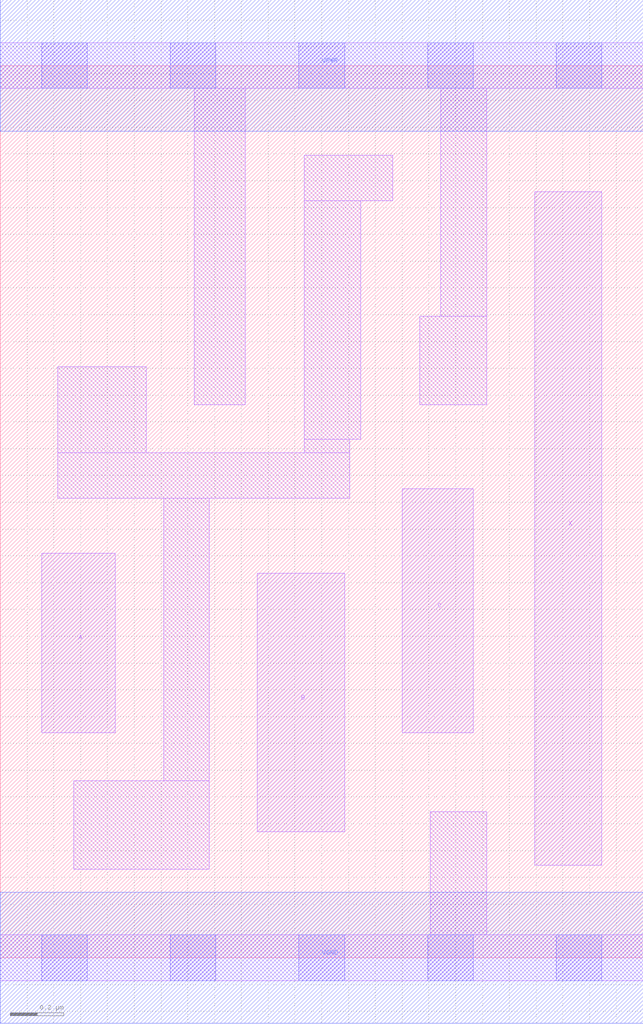
<source format=lef>
# Copyright 2020 The SkyWater PDK Authors
#
# Licensed under the Apache License, Version 2.0 (the "License");
# you may not use this file except in compliance with the License.
# You may obtain a copy of the License at
#
#     https://www.apache.org/licenses/LICENSE-2.0
#
# Unless required by applicable law or agreed to in writing, software
# distributed under the License is distributed on an "AS IS" BASIS,
# WITHOUT WARRANTIES OR CONDITIONS OF ANY KIND, either express or implied.
# See the License for the specific language governing permissions and
# limitations under the License.
#
# SPDX-License-Identifier: Apache-2.0

VERSION 5.7 ;
  NAMESCASESENSITIVE ON ;
  NOWIREEXTENSIONATPIN ON ;
  DIVIDERCHAR "/" ;
  BUSBITCHARS "[]" ;
UNITS
  DATABASE MICRONS 200 ;
END UNITS
MACRO sky130_fd_sc_lp__and3_m
  CLASS CORE ;
  FOREIGN sky130_fd_sc_lp__and3_m ;
  ORIGIN  0.000000  0.000000 ;
  SIZE  2.400000 BY  3.330000 ;
  SYMMETRY X Y R90 ;
  SITE unit ;
  PIN A
    ANTENNAGATEAREA  0.126000 ;
    DIRECTION INPUT ;
    USE SIGNAL ;
    PORT
      LAYER li1 ;
        RECT 0.155000 0.840000 0.430000 1.510000 ;
    END
  END A
  PIN B
    ANTENNAGATEAREA  0.126000 ;
    DIRECTION INPUT ;
    USE SIGNAL ;
    PORT
      LAYER li1 ;
        RECT 0.960000 0.470000 1.285000 1.435000 ;
    END
  END B
  PIN C
    ANTENNAGATEAREA  0.126000 ;
    DIRECTION INPUT ;
    USE SIGNAL ;
    PORT
      LAYER li1 ;
        RECT 1.500000 0.840000 1.765000 1.750000 ;
    END
  END C
  PIN X
    ANTENNADIFFAREA  0.222600 ;
    DIRECTION OUTPUT ;
    USE SIGNAL ;
    PORT
      LAYER li1 ;
        RECT 1.995000 0.345000 2.245000 2.860000 ;
    END
  END X
  PIN VGND
    DIRECTION INOUT ;
    USE GROUND ;
    PORT
      LAYER met1 ;
        RECT 0.000000 -0.245000 2.400000 0.245000 ;
    END
  END VGND
  PIN VPWR
    DIRECTION INOUT ;
    USE POWER ;
    PORT
      LAYER met1 ;
        RECT 0.000000 3.085000 2.400000 3.575000 ;
    END
  END VPWR
  OBS
    LAYER li1 ;
      RECT 0.000000 -0.085000 2.400000 0.085000 ;
      RECT 0.000000  3.245000 2.400000 3.415000 ;
      RECT 0.215000  1.715000 1.305000 1.885000 ;
      RECT 0.215000  1.885000 0.545000 2.205000 ;
      RECT 0.275000  0.330000 0.780000 0.660000 ;
      RECT 0.610000  0.660000 0.780000 1.715000 ;
      RECT 0.725000  2.065000 0.915000 3.245000 ;
      RECT 1.135000  1.885000 1.305000 1.935000 ;
      RECT 1.135000  1.935000 1.345000 2.825000 ;
      RECT 1.135000  2.825000 1.465000 2.995000 ;
      RECT 1.565000  2.065000 1.815000 2.395000 ;
      RECT 1.605000  0.085000 1.815000 0.545000 ;
      RECT 1.645000  2.395000 1.815000 3.245000 ;
    LAYER mcon ;
      RECT 0.155000 -0.085000 0.325000 0.085000 ;
      RECT 0.155000  3.245000 0.325000 3.415000 ;
      RECT 0.635000 -0.085000 0.805000 0.085000 ;
      RECT 0.635000  3.245000 0.805000 3.415000 ;
      RECT 1.115000 -0.085000 1.285000 0.085000 ;
      RECT 1.115000  3.245000 1.285000 3.415000 ;
      RECT 1.595000 -0.085000 1.765000 0.085000 ;
      RECT 1.595000  3.245000 1.765000 3.415000 ;
      RECT 2.075000 -0.085000 2.245000 0.085000 ;
      RECT 2.075000  3.245000 2.245000 3.415000 ;
  END
END sky130_fd_sc_lp__and3_m
END LIBRARY

</source>
